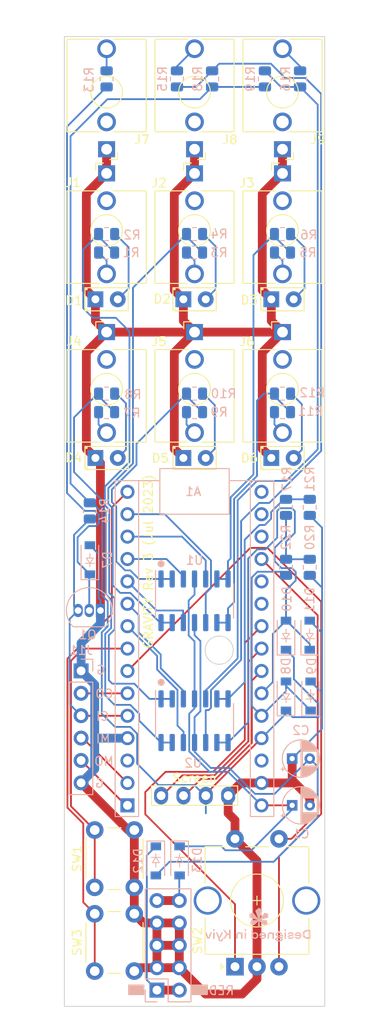
<source format=kicad_pcb>
(kicad_pcb (version 20211014) (generator pcbnew)

  (general
    (thickness 1.6)
  )

  (paper "A4")
  (layers
    (0 "F.Cu" signal)
    (31 "B.Cu" signal)
    (32 "B.Adhes" user "B.Adhesive")
    (33 "F.Adhes" user "F.Adhesive")
    (34 "B.Paste" user)
    (35 "F.Paste" user)
    (36 "B.SilkS" user "B.Silkscreen")
    (37 "F.SilkS" user "F.Silkscreen")
    (38 "B.Mask" user)
    (39 "F.Mask" user)
    (40 "Dwgs.User" user "User.Drawings")
    (41 "Cmts.User" user "User.Comments")
    (42 "Eco1.User" user "User.Eco1")
    (43 "Eco2.User" user "User.Eco2")
    (44 "Edge.Cuts" user)
    (45 "Margin" user)
    (46 "B.CrtYd" user "B.Courtyard")
    (47 "F.CrtYd" user "F.Courtyard")
    (48 "B.Fab" user)
    (49 "F.Fab" user)
    (50 "User.1" user)
    (51 "User.2" user)
    (52 "User.3" user)
    (53 "User.4" user)
    (54 "User.5" user)
    (55 "User.6" user)
    (56 "User.7" user)
    (57 "User.8" user)
    (58 "User.9" user)
  )

  (setup
    (stackup
      (layer "F.SilkS" (type "Top Silk Screen"))
      (layer "F.Paste" (type "Top Solder Paste"))
      (layer "F.Mask" (type "Top Solder Mask") (thickness 0.01))
      (layer "F.Cu" (type "copper") (thickness 0.035))
      (layer "dielectric 1" (type "core") (thickness 1.51) (material "FR4") (epsilon_r 4.5) (loss_tangent 0.02))
      (layer "B.Cu" (type "copper") (thickness 0.035))
      (layer "B.Mask" (type "Bottom Solder Mask") (thickness 0.01))
      (layer "B.Paste" (type "Bottom Solder Paste"))
      (layer "B.SilkS" (type "Bottom Silk Screen"))
      (copper_finish "None")
      (dielectric_constraints no)
    )
    (pad_to_mask_clearance 0)
    (aux_axis_origin 100 40)
    (pcbplotparams
      (layerselection 0x00010f0_ffffffff)
      (disableapertmacros false)
      (usegerberextensions false)
      (usegerberattributes true)
      (usegerberadvancedattributes true)
      (creategerberjobfile true)
      (svguseinch false)
      (svgprecision 6)
      (excludeedgelayer true)
      (plotframeref false)
      (viasonmask false)
      (mode 1)
      (useauxorigin false)
      (hpglpennumber 1)
      (hpglpenspeed 20)
      (hpglpendiameter 15.000000)
      (dxfpolygonmode true)
      (dxfimperialunits true)
      (dxfusepcbnewfont true)
      (psnegative false)
      (psa4output false)
      (plotreference true)
      (plotvalue true)
      (plotinvisibletext false)
      (sketchpadsonfab false)
      (subtractmaskfromsilk false)
      (outputformat 1)
      (mirror false)
      (drillshape 0)
      (scaleselection 1)
      (outputdirectory "Board Gerbers rev2/")
    )
  )

  (net 0 "")
  (net 1 "Serial Out")
  (net 2 "Serial In")
  (net 3 "unconnected-(A1-Pad3)")
  (net 4 "GND")
  (net 5 "DIGITAL INPUT")
  (net 6 "ENC_D2")
  (net 7 "ENC_D1")
  (net 8 "Channel 1")
  (net 9 "Channel 3")
  (net 10 "Channel 4")
  (net 11 "Channel 6")
  (net 12 "START STOP BTN")
  (net 13 "SHIFT BTN")
  (net 14 "24ppqn OUT")
  (net 15 "unconnected-(A1-Pad17)")
  (net 16 "unconnected-(A1-Pad18)")
  (net 17 "unconnected-(A1-Pad20)")
  (net 18 "unconnected-(A1-Pad21)")
  (net 19 "ENC_BTN")
  (net 20 "I2C SDA")
  (net 21 "I2C SCL")
  (net 22 "+5V")
  (net 23 "unconnected-(A1-Pad28)")
  (net 24 "+12V")
  (net 25 "Net-(D1-Pad2)")
  (net 26 "Net-(D2-Pad2)")
  (net 27 "Net-(D3-Pad2)")
  (net 28 "Net-(D4-Pad2)")
  (net 29 "Net-(D5-Pad2)")
  (net 30 "Net-(D6-Pad2)")
  (net 31 "Net-(D7-Pad1)")
  (net 32 "Net-(J1-PadT)")
  (net 33 "unconnected-(J1-PadTN)")
  (net 34 "Net-(J2-PadT)")
  (net 35 "unconnected-(J2-PadTN)")
  (net 36 "Net-(J3-PadT)")
  (net 37 "unconnected-(J3-PadTN)")
  (net 38 "Net-(J4-PadT)")
  (net 39 "unconnected-(J4-PadTN)")
  (net 40 "Net-(J5-PadT)")
  (net 41 "unconnected-(J5-PadTN)")
  (net 42 "Net-(J6-PadT)")
  (net 43 "unconnected-(J6-PadTN)")
  (net 44 "Net-(J7-PadT)")
  (net 45 "unconnected-(J7-PadTN)")
  (net 46 "Net-(J8-PadT)")
  (net 47 "unconnected-(J8-PadTN)")
  (net 48 "Net-(J9-PadT)")
  (net 49 "unconnected-(J9-PadTN)")
  (net 50 "CV2 INPUT")
  (net 51 "-12V")
  (net 52 "CV1 INPUT")
  (net 53 "unconnected-(A1-Pad16)")
  (net 54 "Net-(D12-Pad1)")
  (net 55 "Net-(D13-Pad2)")
  (net 56 "Net-(R1-Pad1)")
  (net 57 "Net-(R3-Pad1)")
  (net 58 "Net-(R5-Pad1)")
  (net 59 "Net-(R7-Pad1)")
  (net 60 "Net-(R10-Pad2)")
  (net 61 "Net-(R11-Pad1)")
  (net 62 "Net-(R17-Pad2)")
  (net 63 "Net-(R15-Pad2)")
  (net 64 "Net-(R16-Pad2)")
  (net 65 "Net-(R20-Pad1)")
  (net 66 "Channel 2")
  (net 67 "Channel 5")

  (footprint "gtoe:thonkiconn" (layer "F.Cu") (at 124.8 46.3 180))

  (footprint "gtoe:button" (layer "F.Cu") (at 105.7 142.75 90))

  (footprint "gtoe:FlatTopLed" (layer "F.Cu") (at 114.8 87.8))

  (footprint "gtoe:thonkiconn" (layer "F.Cu") (at 114.8 62))

  (footprint "gtoe:I2C SSD1306" (layer "F.Cu") (at 114.8 113.6 180))

  (footprint "gtoe:thonkiconn" (layer "F.Cu") (at 114.8 80))

  (footprint "gtoe:FlatTopLed" (layer "F.Cu") (at 104.8 87.8))

  (footprint "gtoe:FlatTopLed" (layer "F.Cu") (at 124.8 69.8))

  (footprint "gtoe:thonkiconn" (layer "F.Cu") (at 124.8 62))

  (footprint "gtoe:FlatTopLed" (layer "F.Cu") (at 114.8 69.8))

  (footprint "gtoe:SwitchEncoder" (layer "F.Cu") (at 121.9 138 90))

  (footprint "gtoe:thonkiconn" (layer "F.Cu") (at 114.8 46.3 180))

  (footprint "gtoe:thonkiconn" (layer "F.Cu") (at 124.8 80))

  (footprint "gtoe:thonkiconn" (layer "F.Cu") (at 104.8 62))

  (footprint "gtoe:FlatTopLed" (layer "F.Cu") (at 124.8 87.8))

  (footprint "gtoe:FlatTopLed" (layer "F.Cu") (at 104.8 69.8))

  (footprint "gtoe:thonkiconn" (layer "F.Cu") (at 104.8 80))

  (footprint "gtoe:thonkiconn" (layer "F.Cu") (at 104.8 46.3 180))

  (footprint "gtoe:button" (layer "F.Cu") (at 105.7 133.25 90))

  (footprint "Diode_SMD:D_SOD-123" (layer "B.Cu") (at 113.1 133.5 -90))

  (footprint "Resistor_SMD:R_0805_2012Metric" (layer "B.Cu") (at 122.8 44.8 -90))

  (footprint "Capacitor_THT:CP_Radial_D4.0mm_P2.00mm" (layer "B.Cu") (at 125.9 127.2))

  (footprint "Diode_SMD:D_SOD-123" (layer "B.Cu") (at 128 114.8 90))

  (footprint "Diode_SMD:D_SOD-123" (layer "B.Cu") (at 127.9 107.9 90))

  (footprint "Resistor_SMD:R_0805_2012Metric" (layer "B.Cu") (at 114.8 82.6 180))

  (footprint "Diode_SMD:D_SOD-123" (layer "B.Cu") (at 110.4 133.5 -90))

  (footprint "Resistor_SMD:R_0805_2012Metric" (layer "B.Cu") (at 114.8 64.5 180))

  (footprint "Package_SO:SO-14_3.9x8.65mm_P1.27mm" (layer "B.Cu") (at 114.8 117.6 -90))

  (footprint "gtoe:Arduino_Nano (adjusted courtyard)" (layer "B.Cu") (at 114.8 112))

  (footprint "Resistor_SMD:R_0805_2012Metric" (layer "B.Cu") (at 104.8 44.8 -90))

  (footprint "Resistor_SMD:R_0805_2012Metric" (layer "B.Cu") (at 104.8 82.6 180))

  (footprint "Resistor_SMD:R_0805_2012Metric" (layer "B.Cu") (at 124.8 80.5 180))

  (footprint "Resistor_SMD:R_0805_2012Metric" (layer "B.Cu") (at 114.8 80.5 180))

  (footprint "Resistor_SMD:R_0805_2012Metric" (layer "B.Cu") (at 102.9 93.8 90))

  (footprint "Resistor_SMD:R_0805_2012Metric" (layer "B.Cu") (at 125.2 100.2 90))

  (footprint "Resistor_SMD:R_0805_2012Metric" (layer "B.Cu") (at 116.8 44.8 -90))

  (footprint "Connector_PinHeader_2.54mm:PinHeader_1x06_P2.54mm_Vertical" (layer "B.Cu") (at 101.9 111.95 180))

  (footprint "Resistor_SMD:R_0805_2012Metric" (layer "B.Cu") (at 104.8 62.4 180))

  (footprint "Resistor_SMD:R_0805_2012Metric" (layer "B.Cu") (at 124.8 64.5 180))

  (footprint "Resistor_SMD:R_0805_2012Metric" (layer "B.Cu") (at 124.8 82.6 180))

  (footprint "Resistor_SMD:R_0805_2012Metric" (layer "B.Cu") (at 127.9 100.2 -90))

  (footprint "Capacitor_THT:CP_Radial_D4.0mm_P2.00mm" (layer "B.Cu")
    (tedit 5AE50EF0) (tstamp 92d2b063-112e-4f9c-9bb4-b431b473765a)
    (at 125.9 121.9)
    (descr "CP, Radial series, Radial, pin pitch=2.00mm, , diameter=4mm, Electrolytic Capacitor")
    (tags "CP Radial series Radial pin pitch 2.00mm  diameter 4mm Electrolytic Capacitor")
    (property "Sheetfile" "gtoe.kicad_sch")
    (property "Sheetname" "")
    (path "/87c70d75-b506-468f-8e8e-9bbc54fba500")
    (attr through_hole)
    (fp_text reference "C2" (at 1 -3.2) (layer "B.SilkS")
      (effects (font (size 1 1) (thickness 0.15)) (justify mirror))
      (tstamp dc54d08b-e603-4f3e-b50b-783645b2664c)
    )
    (fp_text value "10uF" (at 1 -3.25) (layer "B.Fab")
      (effects (font (size 1 1) (thickness 0.15)) (justify mirror))
      (tstamp e1ac3c69-be49-4a9c-9389-7c357cf25214)
    )
    (fp_text user "${REFERENCE}" (at 1 0) (layer "B.Fab")
      (effects (font (size 0.8 0.8) (thickness 0.12)) (justify mirror))
      (tstamp db2c95dc-a7ee-4f40-8dfd-74d9caf2e1af)
    )
    (fp_line (start 1.841 1.907) (end 1.841 0.84) (layer "B.SilkS") (width 0.12) (tstamp 001241f2-19e4-4175-a4fb-6c9fbc166f7e))
    (fp_line (start 1.721 1.954) (end 1.721 0.84) (layer "B.SilkS") (width 0.12) (tstamp 0965e432-ff66-41c9-b521-40e33cfa3e7c))
    (fp_line (start 2.521 -0.84) (end 2.521 -1.438) (layer "B.SilkS") (width 0.12) (tstamp 0a3b4109-42d6-4af2-bc6d-fca35363395f))
    (fp_line (start 1.2 2.071) (end 1.2 0.84) (layer "B.SilkS") (width 0.12) (tstamp 0af6b790-08b6-490f-b1d8-c7c5381217f4))
    (fp_line (start 1.841 -0.84) (end 1.841 -1.907) (layer "B.SilkS") (width 0.12) (tstamp 0e1204b9-6991-4231-8620-de0b9c29d9cd))
    (fp_line (start 2.161 -0.84) (end 2.161 -1.735) (layer "B.SilkS") (width 0.12) (tstamp 0fdfe7d9-2fe1-42e4-a5b9-034ba5ff7d47))
    (fp_line (start 1.4 2.042) (end 1.4 0.84) (layer "B.SilkS") (width 0.12) (tstamp 11bfd39d-2884-4c8c-84d6-684ed73f9168))
    (fp_line (start 1.68 -0.84) (end 1.68 -1.968) (layer "B.SilkS") (width 0.12) (tstamp 13397254-d61a-4147-87fb-c6828248d5ba))
    (fp_line (start 1.6 1.994) (end 1.6 0.84) (layer "B.SilkS") (width 0.12) (tstamp 16b27dac-9cc6-4d22-a269-c9760c193f15))
    (fp_line (start 2.241 1.68) (end 2.241 0.84) (layer "B.SilkS") (width 0.12) (tstamp 17cd7caa-5458-43ab-8335-846c939e1ba5))
    (fp_line (start 1.12 2.077) (end 1.12 -2.077) (layer "B.SilkS") (width 0.12) (tstamp 18dfd2fb-092c-4412-96c9-be93ae0aef15))
    (fp_line (start 1.04 2.08) (end 1.04 -2.08) (layer "B.SilkS") (width 0.12) (tstamp 18ee8269-d8c5-47da-bf49-377e33b08149))
    (fp_line (start 2.441 -0.84) (end 2.441 -1.516) (layer "B.SilkS") (width 0.12) (tstamp 19178823-95c7-434d-8879-824b04683058))
    (fp_line (start 1.36 -0.84) (end 1.36 -2.05) (layer "B.SilkS") (width 0.12) (tstamp 1ffe666d-fff3-4ed1-9f09-5cd80a608ffc))
    (fp_line (start 2.321 -0.84) (end 2.321 -1.619) (layer "B.SilkS") (width 0.12) (tstamp 202fe87f-af58-4146-b9bd-6cb4f077cdf3))
    (fp_line (start -1.069801 1.395) (end -1.069801 0.995) (layer "B.SilkS") (width 0.12) (tstamp 24863ca5-ae97-473f-b04c-fcb4630284cd))
    (fp_line (start 1.881 -0.84) (end 1.881 -1.889) (layer "B.SilkS") (width 0.12) (tstamp 267603b6-60c8-4ece-ad02-c8fad8490639))
    (fp_line (start 2.601 1.351) (end 2.601 0.84) (layer "B.SilkS") (width 0.12) (tstamp 2989862e-5f79-4aa9-8693-da59ee952045))
    (fp_line (start 1.44 2.034) (end 1.44 0.84) (layer "B.SilkS") (width 0.12) (tstamp 2c0791ea-51cf-488c-a444-893f214693a2))
    (fp_line (start 2.041 1.808) (end 2.041 0.84) (layer "B.SilkS") (width 0.12) (tstamp 322af50b-cf4b-4fd5-9870-8446bd760035))
    (fp_line (start 2.281 -0.84) (end 2.281 -1.65) (layer "B.SilkS") (width 0.12) (tstamp 33fa8e12-cb97-4d5b-9fff-25722016799e))
    (fp_line (start 2.801 1.08) (end 2.801 0.84) (layer "B.SilkS") (width 0.12) (tstamp 3506a90c-fe32-4bb0-a792-96fd1b319551))
    (fp_line (start 2.041 -0.84) (end 2.041 -1.808) (layer "B.SilkS") (width 0.12) (tstamp 38911cb9-a508-4476-aaf2-83ee2e910ac5))
    (fp_line (start 2.641 -0.84) (end 2.641 -1.304) (layer "B.SilkS") (width 0.12) (tstamp 3b70e20f-0db8-4aec-8275-28eeb05a7854))
    (fp_line (start 1.28 2.062) (end 1.28 0.84) (layer "B.SilkS") (width 0.12) (tstamp 4124bec1-8807-4ca3-a72c-6e15b569bd95))
    (fp_line (start 1.64 -0.84) (end 1.64 -1.982) (layer "B.SilkS") (width 0.12) (tstamp 41357696-82dc-402a-9a04-7052d38a36d5))
    (fp_line (start 2.081 1.785) (end 2.081 0.84) (layer "B.SilkS") (width 0.12) (tstamp 48bceacb-bc04-4eb9-a63c-6f896186b75a))
    (fp_line (start 2.401 -0.84) (end 2.401 -1.552) (layer "B.SilkS") (width 0.12) (tstamp 51a7610a-6aba-4f31-8bfa-cbfa7c925c6c))
    (fp_line (start 2.361 1.587) (end 2.361 0.84) (layer "B.SilkS") (width 0.12) (tstamp 524f8ec4-3cbf-4c2b-b96c-5022da9167bc))
    (fp_line (start 1.24 2.067) (end 1.24 0.84) (layer "B.SilkS") (width 0.12) (tstamp 53b2b101-e409-4637-92cc-e2f24b8b1aad))
    (fp_line (start 2.001 1.83) (end 2.001 0.84) (layer "B.SilkS") (width 0.12) (tstamp 5488e5c2-37dc-49bc-9432-71cedb2851c3))
    (fp_line (start 2.281 1.65) (end 2.281 0.84) (layer "B.SilkS") (width 0.12) (tstamp 55a85213-df35-4d43-bf81-94e47cef6dad))
    (fp_line (start 1.64 1.982) (end 1.64 0.84) (layer "B.SilkS") (width 0.12) (tstamp 56cd711d-35db-463d-9254-2f67aa5f5634))
    (fp_line (start 1.52 2.016) (end 1.52 0.84) (layer "B.SilkS") (width 0.12) (tstamp 59eddaef-938c-463e-8eb6-28623d37009d))
    (fp_line (start 1.801 1.924) (end 1.801 0.84) (layer "B.SilkS") (width 0.12) (tstamp 5e2f85b3-e82a-4c96-87c7-077a55a77524))
    (fp_line (start 2.601 -0.84) (end 2.601 -1.351) (layer "B.SilkS") (width 0.12) (tstamp 65b677fb-0466-4c17-8cea-4f3a7161fed6))
    (fp_line (start 2.361 -0.84) (end 2.361 -1.587) (l
... [234561 chars truncated]
</source>
